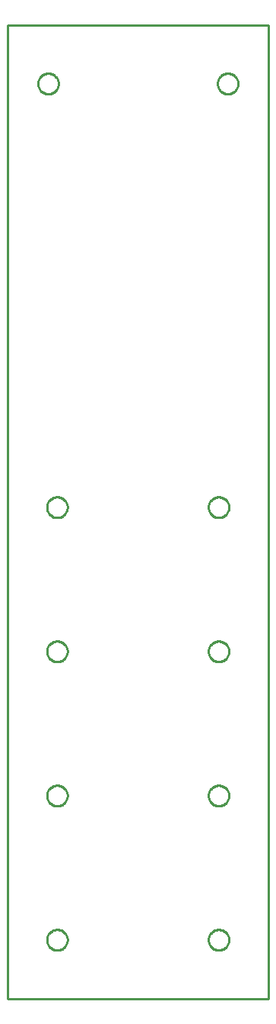
<source format=gbr>
G04 EAGLE Gerber RS-274X export*
G75*
%MOMM*%
%FSLAX34Y34*%
%LPD*%
%IN*%
%IPPOS*%
%AMOC8*
5,1,8,0,0,1.08239X$1,22.5*%
G01*
%ADD10C,0.254000*%


D10*
X0Y0D02*
X290000Y0D01*
X290000Y1080000D01*
X0Y1080000D01*
X0Y0D01*
X43570Y545449D02*
X43640Y546345D01*
X43781Y547232D01*
X43991Y548105D01*
X44268Y548959D01*
X44612Y549789D01*
X45020Y550589D01*
X45489Y551355D01*
X46017Y552082D01*
X46600Y552765D01*
X47235Y553400D01*
X47918Y553983D01*
X48645Y554511D01*
X49411Y554980D01*
X50211Y555388D01*
X51041Y555732D01*
X51895Y556009D01*
X52768Y556219D01*
X53656Y556360D01*
X54551Y556430D01*
X55449Y556430D01*
X56345Y556360D01*
X57232Y556219D01*
X58105Y556009D01*
X58959Y555732D01*
X59789Y555388D01*
X60589Y554980D01*
X61355Y554511D01*
X62082Y553983D01*
X62765Y553400D01*
X63400Y552765D01*
X63983Y552082D01*
X64511Y551355D01*
X64980Y550589D01*
X65388Y549789D01*
X65732Y548959D01*
X66009Y548105D01*
X66219Y547232D01*
X66360Y546345D01*
X66430Y545449D01*
X66430Y544551D01*
X66360Y543656D01*
X66219Y542768D01*
X66009Y541895D01*
X65732Y541041D01*
X65388Y540211D01*
X64980Y539411D01*
X64511Y538645D01*
X63983Y537918D01*
X63400Y537235D01*
X62765Y536600D01*
X62082Y536017D01*
X61355Y535489D01*
X60589Y535020D01*
X59789Y534612D01*
X58959Y534268D01*
X58105Y533991D01*
X57232Y533781D01*
X56345Y533640D01*
X55449Y533570D01*
X54551Y533570D01*
X53656Y533640D01*
X52768Y533781D01*
X51895Y533991D01*
X51041Y534268D01*
X50211Y534612D01*
X49411Y535020D01*
X48645Y535489D01*
X47918Y536017D01*
X47235Y536600D01*
X46600Y537235D01*
X46017Y537918D01*
X45489Y538645D01*
X45020Y539411D01*
X44612Y540211D01*
X44268Y541041D01*
X43991Y541895D01*
X43781Y542768D01*
X43640Y543656D01*
X43570Y544551D01*
X43570Y545449D01*
X43570Y385449D02*
X43640Y386345D01*
X43781Y387232D01*
X43991Y388105D01*
X44268Y388959D01*
X44612Y389789D01*
X45020Y390589D01*
X45489Y391355D01*
X46017Y392082D01*
X46600Y392765D01*
X47235Y393400D01*
X47918Y393983D01*
X48645Y394511D01*
X49411Y394980D01*
X50211Y395388D01*
X51041Y395732D01*
X51895Y396009D01*
X52768Y396219D01*
X53656Y396360D01*
X54551Y396430D01*
X55449Y396430D01*
X56345Y396360D01*
X57232Y396219D01*
X58105Y396009D01*
X58959Y395732D01*
X59789Y395388D01*
X60589Y394980D01*
X61355Y394511D01*
X62082Y393983D01*
X62765Y393400D01*
X63400Y392765D01*
X63983Y392082D01*
X64511Y391355D01*
X64980Y390589D01*
X65388Y389789D01*
X65732Y388959D01*
X66009Y388105D01*
X66219Y387232D01*
X66360Y386345D01*
X66430Y385449D01*
X66430Y384551D01*
X66360Y383656D01*
X66219Y382768D01*
X66009Y381895D01*
X65732Y381041D01*
X65388Y380211D01*
X64980Y379411D01*
X64511Y378645D01*
X63983Y377918D01*
X63400Y377235D01*
X62765Y376600D01*
X62082Y376017D01*
X61355Y375489D01*
X60589Y375020D01*
X59789Y374612D01*
X58959Y374268D01*
X58105Y373991D01*
X57232Y373781D01*
X56345Y373640D01*
X55449Y373570D01*
X54551Y373570D01*
X53656Y373640D01*
X52768Y373781D01*
X51895Y373991D01*
X51041Y374268D01*
X50211Y374612D01*
X49411Y375020D01*
X48645Y375489D01*
X47918Y376017D01*
X47235Y376600D01*
X46600Y377235D01*
X46017Y377918D01*
X45489Y378645D01*
X45020Y379411D01*
X44612Y380211D01*
X44268Y381041D01*
X43991Y381895D01*
X43781Y382768D01*
X43640Y383656D01*
X43570Y384551D01*
X43570Y385449D01*
X43570Y225449D02*
X43640Y226345D01*
X43781Y227232D01*
X43991Y228105D01*
X44268Y228959D01*
X44612Y229789D01*
X45020Y230589D01*
X45489Y231355D01*
X46017Y232082D01*
X46600Y232765D01*
X47235Y233400D01*
X47918Y233983D01*
X48645Y234511D01*
X49411Y234980D01*
X50211Y235388D01*
X51041Y235732D01*
X51895Y236009D01*
X52768Y236219D01*
X53656Y236360D01*
X54551Y236430D01*
X55449Y236430D01*
X56345Y236360D01*
X57232Y236219D01*
X58105Y236009D01*
X58959Y235732D01*
X59789Y235388D01*
X60589Y234980D01*
X61355Y234511D01*
X62082Y233983D01*
X62765Y233400D01*
X63400Y232765D01*
X63983Y232082D01*
X64511Y231355D01*
X64980Y230589D01*
X65388Y229789D01*
X65732Y228959D01*
X66009Y228105D01*
X66219Y227232D01*
X66360Y226345D01*
X66430Y225449D01*
X66430Y224551D01*
X66360Y223656D01*
X66219Y222768D01*
X66009Y221895D01*
X65732Y221041D01*
X65388Y220211D01*
X64980Y219411D01*
X64511Y218645D01*
X63983Y217918D01*
X63400Y217235D01*
X62765Y216600D01*
X62082Y216017D01*
X61355Y215489D01*
X60589Y215020D01*
X59789Y214612D01*
X58959Y214268D01*
X58105Y213991D01*
X57232Y213781D01*
X56345Y213640D01*
X55449Y213570D01*
X54551Y213570D01*
X53656Y213640D01*
X52768Y213781D01*
X51895Y213991D01*
X51041Y214268D01*
X50211Y214612D01*
X49411Y215020D01*
X48645Y215489D01*
X47918Y216017D01*
X47235Y216600D01*
X46600Y217235D01*
X46017Y217918D01*
X45489Y218645D01*
X45020Y219411D01*
X44612Y220211D01*
X44268Y221041D01*
X43991Y221895D01*
X43781Y222768D01*
X43640Y223656D01*
X43570Y224551D01*
X43570Y225449D01*
X43570Y65449D02*
X43640Y66345D01*
X43781Y67232D01*
X43991Y68105D01*
X44268Y68959D01*
X44612Y69789D01*
X45020Y70589D01*
X45489Y71355D01*
X46017Y72082D01*
X46600Y72765D01*
X47235Y73400D01*
X47918Y73983D01*
X48645Y74511D01*
X49411Y74980D01*
X50211Y75388D01*
X51041Y75732D01*
X51895Y76009D01*
X52768Y76219D01*
X53656Y76360D01*
X54551Y76430D01*
X55449Y76430D01*
X56345Y76360D01*
X57232Y76219D01*
X58105Y76009D01*
X58959Y75732D01*
X59789Y75388D01*
X60589Y74980D01*
X61355Y74511D01*
X62082Y73983D01*
X62765Y73400D01*
X63400Y72765D01*
X63983Y72082D01*
X64511Y71355D01*
X64980Y70589D01*
X65388Y69789D01*
X65732Y68959D01*
X66009Y68105D01*
X66219Y67232D01*
X66360Y66345D01*
X66430Y65449D01*
X66430Y64551D01*
X66360Y63656D01*
X66219Y62768D01*
X66009Y61895D01*
X65732Y61041D01*
X65388Y60211D01*
X64980Y59411D01*
X64511Y58645D01*
X63983Y57918D01*
X63400Y57235D01*
X62765Y56600D01*
X62082Y56017D01*
X61355Y55489D01*
X60589Y55020D01*
X59789Y54612D01*
X58959Y54268D01*
X58105Y53991D01*
X57232Y53781D01*
X56345Y53640D01*
X55449Y53570D01*
X54551Y53570D01*
X53656Y53640D01*
X52768Y53781D01*
X51895Y53991D01*
X51041Y54268D01*
X50211Y54612D01*
X49411Y55020D01*
X48645Y55489D01*
X47918Y56017D01*
X47235Y56600D01*
X46600Y57235D01*
X46017Y57918D01*
X45489Y58645D01*
X45020Y59411D01*
X44612Y60211D01*
X44268Y61041D01*
X43991Y61895D01*
X43781Y62768D01*
X43640Y63656D01*
X43570Y64551D01*
X43570Y65449D01*
X223570Y545449D02*
X223640Y546345D01*
X223781Y547232D01*
X223991Y548105D01*
X224268Y548959D01*
X224612Y549789D01*
X225020Y550589D01*
X225489Y551355D01*
X226017Y552082D01*
X226600Y552765D01*
X227235Y553400D01*
X227918Y553983D01*
X228645Y554511D01*
X229411Y554980D01*
X230211Y555388D01*
X231041Y555732D01*
X231895Y556009D01*
X232768Y556219D01*
X233656Y556360D01*
X234551Y556430D01*
X235449Y556430D01*
X236345Y556360D01*
X237232Y556219D01*
X238105Y556009D01*
X238959Y555732D01*
X239789Y555388D01*
X240589Y554980D01*
X241355Y554511D01*
X242082Y553983D01*
X242765Y553400D01*
X243400Y552765D01*
X243983Y552082D01*
X244511Y551355D01*
X244980Y550589D01*
X245388Y549789D01*
X245732Y548959D01*
X246009Y548105D01*
X246219Y547232D01*
X246360Y546345D01*
X246430Y545449D01*
X246430Y544551D01*
X246360Y543656D01*
X246219Y542768D01*
X246009Y541895D01*
X245732Y541041D01*
X245388Y540211D01*
X244980Y539411D01*
X244511Y538645D01*
X243983Y537918D01*
X243400Y537235D01*
X242765Y536600D01*
X242082Y536017D01*
X241355Y535489D01*
X240589Y535020D01*
X239789Y534612D01*
X238959Y534268D01*
X238105Y533991D01*
X237232Y533781D01*
X236345Y533640D01*
X235449Y533570D01*
X234551Y533570D01*
X233656Y533640D01*
X232768Y533781D01*
X231895Y533991D01*
X231041Y534268D01*
X230211Y534612D01*
X229411Y535020D01*
X228645Y535489D01*
X227918Y536017D01*
X227235Y536600D01*
X226600Y537235D01*
X226017Y537918D01*
X225489Y538645D01*
X225020Y539411D01*
X224612Y540211D01*
X224268Y541041D01*
X223991Y541895D01*
X223781Y542768D01*
X223640Y543656D01*
X223570Y544551D01*
X223570Y545449D01*
X223570Y385449D02*
X223640Y386345D01*
X223781Y387232D01*
X223991Y388105D01*
X224268Y388959D01*
X224612Y389789D01*
X225020Y390589D01*
X225489Y391355D01*
X226017Y392082D01*
X226600Y392765D01*
X227235Y393400D01*
X227918Y393983D01*
X228645Y394511D01*
X229411Y394980D01*
X230211Y395388D01*
X231041Y395732D01*
X231895Y396009D01*
X232768Y396219D01*
X233656Y396360D01*
X234551Y396430D01*
X235449Y396430D01*
X236345Y396360D01*
X237232Y396219D01*
X238105Y396009D01*
X238959Y395732D01*
X239789Y395388D01*
X240589Y394980D01*
X241355Y394511D01*
X242082Y393983D01*
X242765Y393400D01*
X243400Y392765D01*
X243983Y392082D01*
X244511Y391355D01*
X244980Y390589D01*
X245388Y389789D01*
X245732Y388959D01*
X246009Y388105D01*
X246219Y387232D01*
X246360Y386345D01*
X246430Y385449D01*
X246430Y384551D01*
X246360Y383656D01*
X246219Y382768D01*
X246009Y381895D01*
X245732Y381041D01*
X245388Y380211D01*
X244980Y379411D01*
X244511Y378645D01*
X243983Y377918D01*
X243400Y377235D01*
X242765Y376600D01*
X242082Y376017D01*
X241355Y375489D01*
X240589Y375020D01*
X239789Y374612D01*
X238959Y374268D01*
X238105Y373991D01*
X237232Y373781D01*
X236345Y373640D01*
X235449Y373570D01*
X234551Y373570D01*
X233656Y373640D01*
X232768Y373781D01*
X231895Y373991D01*
X231041Y374268D01*
X230211Y374612D01*
X229411Y375020D01*
X228645Y375489D01*
X227918Y376017D01*
X227235Y376600D01*
X226600Y377235D01*
X226017Y377918D01*
X225489Y378645D01*
X225020Y379411D01*
X224612Y380211D01*
X224268Y381041D01*
X223991Y381895D01*
X223781Y382768D01*
X223640Y383656D01*
X223570Y384551D01*
X223570Y385449D01*
X223570Y225449D02*
X223640Y226345D01*
X223781Y227232D01*
X223991Y228105D01*
X224268Y228959D01*
X224612Y229789D01*
X225020Y230589D01*
X225489Y231355D01*
X226017Y232082D01*
X226600Y232765D01*
X227235Y233400D01*
X227918Y233983D01*
X228645Y234511D01*
X229411Y234980D01*
X230211Y235388D01*
X231041Y235732D01*
X231895Y236009D01*
X232768Y236219D01*
X233656Y236360D01*
X234551Y236430D01*
X235449Y236430D01*
X236345Y236360D01*
X237232Y236219D01*
X238105Y236009D01*
X238959Y235732D01*
X239789Y235388D01*
X240589Y234980D01*
X241355Y234511D01*
X242082Y233983D01*
X242765Y233400D01*
X243400Y232765D01*
X243983Y232082D01*
X244511Y231355D01*
X244980Y230589D01*
X245388Y229789D01*
X245732Y228959D01*
X246009Y228105D01*
X246219Y227232D01*
X246360Y226345D01*
X246430Y225449D01*
X246430Y224551D01*
X246360Y223656D01*
X246219Y222768D01*
X246009Y221895D01*
X245732Y221041D01*
X245388Y220211D01*
X244980Y219411D01*
X244511Y218645D01*
X243983Y217918D01*
X243400Y217235D01*
X242765Y216600D01*
X242082Y216017D01*
X241355Y215489D01*
X240589Y215020D01*
X239789Y214612D01*
X238959Y214268D01*
X238105Y213991D01*
X237232Y213781D01*
X236345Y213640D01*
X235449Y213570D01*
X234551Y213570D01*
X233656Y213640D01*
X232768Y213781D01*
X231895Y213991D01*
X231041Y214268D01*
X230211Y214612D01*
X229411Y215020D01*
X228645Y215489D01*
X227918Y216017D01*
X227235Y216600D01*
X226600Y217235D01*
X226017Y217918D01*
X225489Y218645D01*
X225020Y219411D01*
X224612Y220211D01*
X224268Y221041D01*
X223991Y221895D01*
X223781Y222768D01*
X223640Y223656D01*
X223570Y224551D01*
X223570Y225449D01*
X223570Y65449D02*
X223640Y66345D01*
X223781Y67232D01*
X223991Y68105D01*
X224268Y68959D01*
X224612Y69789D01*
X225020Y70589D01*
X225489Y71355D01*
X226017Y72082D01*
X226600Y72765D01*
X227235Y73400D01*
X227918Y73983D01*
X228645Y74511D01*
X229411Y74980D01*
X230211Y75388D01*
X231041Y75732D01*
X231895Y76009D01*
X232768Y76219D01*
X233656Y76360D01*
X234551Y76430D01*
X235449Y76430D01*
X236345Y76360D01*
X237232Y76219D01*
X238105Y76009D01*
X238959Y75732D01*
X239789Y75388D01*
X240589Y74980D01*
X241355Y74511D01*
X242082Y73983D01*
X242765Y73400D01*
X243400Y72765D01*
X243983Y72082D01*
X244511Y71355D01*
X244980Y70589D01*
X245388Y69789D01*
X245732Y68959D01*
X246009Y68105D01*
X246219Y67232D01*
X246360Y66345D01*
X246430Y65449D01*
X246430Y64551D01*
X246360Y63656D01*
X246219Y62768D01*
X246009Y61895D01*
X245732Y61041D01*
X245388Y60211D01*
X244980Y59411D01*
X244511Y58645D01*
X243983Y57918D01*
X243400Y57235D01*
X242765Y56600D01*
X242082Y56017D01*
X241355Y55489D01*
X240589Y55020D01*
X239789Y54612D01*
X238959Y54268D01*
X238105Y53991D01*
X237232Y53781D01*
X236345Y53640D01*
X235449Y53570D01*
X234551Y53570D01*
X233656Y53640D01*
X232768Y53781D01*
X231895Y53991D01*
X231041Y54268D01*
X230211Y54612D01*
X229411Y55020D01*
X228645Y55489D01*
X227918Y56017D01*
X227235Y56600D01*
X226600Y57235D01*
X226017Y57918D01*
X225489Y58645D01*
X225020Y59411D01*
X224612Y60211D01*
X224268Y61041D01*
X223991Y61895D01*
X223781Y62768D01*
X223640Y63656D01*
X223570Y64551D01*
X223570Y65449D01*
X56430Y1014551D02*
X56360Y1013656D01*
X56219Y1012768D01*
X56009Y1011895D01*
X55732Y1011041D01*
X55388Y1010211D01*
X54980Y1009411D01*
X54511Y1008645D01*
X53983Y1007918D01*
X53400Y1007235D01*
X52765Y1006600D01*
X52082Y1006017D01*
X51355Y1005489D01*
X50589Y1005020D01*
X49789Y1004612D01*
X48959Y1004268D01*
X48105Y1003991D01*
X47232Y1003781D01*
X46345Y1003640D01*
X45449Y1003570D01*
X44551Y1003570D01*
X43656Y1003640D01*
X42768Y1003781D01*
X41895Y1003991D01*
X41041Y1004268D01*
X40211Y1004612D01*
X39411Y1005020D01*
X38645Y1005489D01*
X37918Y1006017D01*
X37235Y1006600D01*
X36600Y1007235D01*
X36017Y1007918D01*
X35489Y1008645D01*
X35020Y1009411D01*
X34612Y1010211D01*
X34268Y1011041D01*
X33991Y1011895D01*
X33781Y1012768D01*
X33640Y1013656D01*
X33570Y1014551D01*
X33570Y1015449D01*
X33640Y1016345D01*
X33781Y1017232D01*
X33991Y1018105D01*
X34268Y1018959D01*
X34612Y1019789D01*
X35020Y1020589D01*
X35489Y1021355D01*
X36017Y1022082D01*
X36600Y1022765D01*
X37235Y1023400D01*
X37918Y1023983D01*
X38645Y1024511D01*
X39411Y1024980D01*
X40211Y1025388D01*
X41041Y1025732D01*
X41895Y1026009D01*
X42768Y1026219D01*
X43656Y1026360D01*
X44551Y1026430D01*
X45449Y1026430D01*
X46345Y1026360D01*
X47232Y1026219D01*
X48105Y1026009D01*
X48959Y1025732D01*
X49789Y1025388D01*
X50589Y1024980D01*
X51355Y1024511D01*
X52082Y1023983D01*
X52765Y1023400D01*
X53400Y1022765D01*
X53983Y1022082D01*
X54511Y1021355D01*
X54980Y1020589D01*
X55388Y1019789D01*
X55732Y1018959D01*
X56009Y1018105D01*
X56219Y1017232D01*
X56360Y1016345D01*
X56430Y1015449D01*
X56430Y1014551D01*
X256430Y1014551D02*
X256360Y1013656D01*
X256219Y1012768D01*
X256009Y1011895D01*
X255732Y1011041D01*
X255388Y1010211D01*
X254980Y1009411D01*
X254511Y1008645D01*
X253983Y1007918D01*
X253400Y1007235D01*
X252765Y1006600D01*
X252082Y1006017D01*
X251355Y1005489D01*
X250589Y1005020D01*
X249789Y1004612D01*
X248959Y1004268D01*
X248105Y1003991D01*
X247232Y1003781D01*
X246345Y1003640D01*
X245449Y1003570D01*
X244551Y1003570D01*
X243656Y1003640D01*
X242768Y1003781D01*
X241895Y1003991D01*
X241041Y1004268D01*
X240211Y1004612D01*
X239411Y1005020D01*
X238645Y1005489D01*
X237918Y1006017D01*
X237235Y1006600D01*
X236600Y1007235D01*
X236017Y1007918D01*
X235489Y1008645D01*
X235020Y1009411D01*
X234612Y1010211D01*
X234268Y1011041D01*
X233991Y1011895D01*
X233781Y1012768D01*
X233640Y1013656D01*
X233570Y1014551D01*
X233570Y1015449D01*
X233640Y1016345D01*
X233781Y1017232D01*
X233991Y1018105D01*
X234268Y1018959D01*
X234612Y1019789D01*
X235020Y1020589D01*
X235489Y1021355D01*
X236017Y1022082D01*
X236600Y1022765D01*
X237235Y1023400D01*
X237918Y1023983D01*
X238645Y1024511D01*
X239411Y1024980D01*
X240211Y1025388D01*
X241041Y1025732D01*
X241895Y1026009D01*
X242768Y1026219D01*
X243656Y1026360D01*
X244551Y1026430D01*
X245449Y1026430D01*
X246345Y1026360D01*
X247232Y1026219D01*
X248105Y1026009D01*
X248959Y1025732D01*
X249789Y1025388D01*
X250589Y1024980D01*
X251355Y1024511D01*
X252082Y1023983D01*
X252765Y1023400D01*
X253400Y1022765D01*
X253983Y1022082D01*
X254511Y1021355D01*
X254980Y1020589D01*
X255388Y1019789D01*
X255732Y1018959D01*
X256009Y1018105D01*
X256219Y1017232D01*
X256360Y1016345D01*
X256430Y1015449D01*
X256430Y1014551D01*
M02*

</source>
